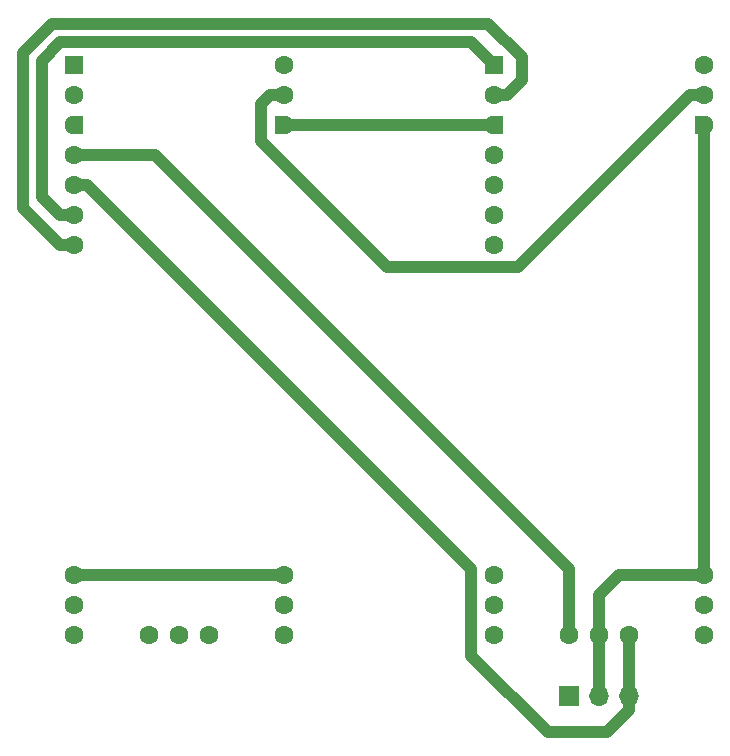
<source format=gbr>
%TF.GenerationSoftware,KiCad,Pcbnew,7.0.10*%
%TF.CreationDate,2024-02-22T22:17:08-08:00*%
%TF.ProjectId,PicoProbePCB,5069636f-5072-46f6-9265-5043422e6b69,rev?*%
%TF.SameCoordinates,Original*%
%TF.FileFunction,Copper,L2,Bot*%
%TF.FilePolarity,Positive*%
%FSLAX46Y46*%
G04 Gerber Fmt 4.6, Leading zero omitted, Abs format (unit mm)*
G04 Created by KiCad (PCBNEW 7.0.10) date 2024-02-22 22:17:08*
%MOMM*%
%LPD*%
G01*
G04 APERTURE LIST*
G04 Aperture macros list*
%AMRoundRect*
0 Rectangle with rounded corners*
0 $1 Rounding radius*
0 $2 $3 $4 $5 $6 $7 $8 $9 X,Y pos of 4 corners*
0 Add a 4 corners polygon primitive as box body*
4,1,4,$2,$3,$4,$5,$6,$7,$8,$9,$2,$3,0*
0 Add four circle primitives for the rounded corners*
1,1,$1+$1,$2,$3*
1,1,$1+$1,$4,$5*
1,1,$1+$1,$6,$7*
1,1,$1+$1,$8,$9*
0 Add four rect primitives between the rounded corners*
20,1,$1+$1,$2,$3,$4,$5,0*
20,1,$1+$1,$4,$5,$6,$7,0*
20,1,$1+$1,$6,$7,$8,$9,0*
20,1,$1+$1,$8,$9,$2,$3,0*%
%AMFreePoly0*
4,1,28,0.605014,0.794986,0.644504,0.794986,0.724698,0.756366,0.780194,0.686777,0.800000,0.600000,0.800000,-0.600000,0.780194,-0.686777,0.724698,-0.756366,0.644504,-0.794986,0.605014,-0.794986,0.600000,-0.800000,0.000000,-0.800000,-0.178017,-0.779942,-0.347107,-0.720775,-0.498792,-0.625465,-0.625465,-0.498792,-0.720775,-0.347107,-0.779942,-0.178017,-0.800000,0.000000,-0.779942,0.178017,
-0.720775,0.347107,-0.625465,0.498792,-0.498792,0.625465,-0.347107,0.720775,-0.178017,0.779942,0.000000,0.800000,0.600000,0.800000,0.605014,0.794986,0.605014,0.794986,$1*%
%AMFreePoly1*
4,1,28,0.178017,0.779942,0.347107,0.720775,0.498792,0.625465,0.625465,0.498792,0.720775,0.347107,0.779942,0.178017,0.800000,0.000000,0.779942,-0.178017,0.720775,-0.347107,0.625465,-0.498792,0.498792,-0.625465,0.347107,-0.720775,0.178017,-0.779942,0.000000,-0.800000,-0.600000,-0.800000,-0.605014,-0.794986,-0.644504,-0.794986,-0.724698,-0.756366,-0.780194,-0.686777,-0.800000,-0.600000,
-0.800000,0.600000,-0.780194,0.686777,-0.724698,0.756366,-0.644504,0.794986,-0.605014,0.794986,-0.600000,0.800000,0.000000,0.800000,0.178017,0.779942,0.178017,0.779942,$1*%
G04 Aperture macros list end*
%TA.AperFunction,ComponentPad*%
%ADD10RoundRect,0.200000X-0.600000X-0.600000X0.600000X-0.600000X0.600000X0.600000X-0.600000X0.600000X0*%
%TD*%
%TA.AperFunction,ComponentPad*%
%ADD11C,1.600000*%
%TD*%
%TA.AperFunction,ComponentPad*%
%ADD12FreePoly0,0.000000*%
%TD*%
%TA.AperFunction,ComponentPad*%
%ADD13FreePoly1,0.000000*%
%TD*%
%TA.AperFunction,ComponentPad*%
%ADD14R,1.700000X1.700000*%
%TD*%
%TA.AperFunction,ComponentPad*%
%ADD15O,1.700000X1.700000*%
%TD*%
%TA.AperFunction,Conductor*%
%ADD16C,1.000000*%
%TD*%
G04 APERTURE END LIST*
D10*
%TO.P,U2,1,GPIO0*%
%TO.N,unconnected-(U2-GPIO0-Pad1)*%
X165235000Y-75590000D03*
D11*
%TO.P,U2,2,GPIO1*%
%TO.N,unconnected-(U2-GPIO1-Pad2)*%
X165235000Y-78130000D03*
D12*
%TO.P,U2,3,GND*%
%TO.N,GND*%
X165235000Y-80670000D03*
D11*
%TO.P,U2,4,GPIO2*%
%TO.N,Net-(J1-Pin_1)*%
X165235000Y-83210000D03*
%TO.P,U2,5,GPIO3*%
%TO.N,Net-(J1-Pin_3)*%
X165235000Y-85750000D03*
%TO.P,U2,6,GPIO4*%
%TO.N,Net-(U1-GPIO0)*%
X165235000Y-88290000D03*
%TO.P,U2,7,GPIO5*%
%TO.N,Net-(U1-GPIO1)*%
X165235000Y-90830000D03*
%TO.P,U2,18,GND*%
%TO.N,GND*%
X165235000Y-118770000D03*
%TO.P,U2,19,GPIO14*%
%TO.N,unconnected-(U2-GPIO14-Pad19)*%
X165235000Y-121310000D03*
%TO.P,U2,20,GPIO15*%
%TO.N,unconnected-(U2-GPIO15-Pad20)*%
X165235000Y-123850000D03*
%TO.P,U2,21,GPIO16*%
%TO.N,unconnected-(U2-GPIO16-Pad21)*%
X183015000Y-123850000D03*
%TO.P,U2,22,GPIO17*%
%TO.N,unconnected-(U2-GPIO17-Pad22)*%
X183015000Y-121310000D03*
%TO.P,U2,23,GND*%
%TO.N,GND*%
X183015000Y-118770000D03*
D13*
%TO.P,U2,38,GND*%
X183015000Y-80670000D03*
D11*
%TO.P,U2,39,VSYS*%
%TO.N,VCC*%
X183015000Y-78130000D03*
%TO.P,U2,40,VBUS*%
%TO.N,unconnected-(U2-VBUS-Pad40)*%
X183015000Y-75590000D03*
%TO.P,U2,D1*%
%TO.N,N/C*%
X171585000Y-123850000D03*
%TO.P,U2,D2*%
X174125000Y-123850000D03*
%TO.P,U2,D3*%
X176665000Y-123850000D03*
%TD*%
D14*
%TO.P,J1,1,Pin_1*%
%TO.N,Net-(J1-Pin_1)*%
X207184000Y-128985000D03*
D15*
%TO.P,J1,2,Pin_2*%
%TO.N,GND*%
X209724000Y-128985000D03*
%TO.P,J1,3,Pin_3*%
%TO.N,Net-(J1-Pin_3)*%
X212264000Y-128985000D03*
%TD*%
D10*
%TO.P,U1,1,GPIO0*%
%TO.N,Net-(U1-GPIO0)*%
X200795000Y-75590000D03*
D11*
%TO.P,U1,2,GPIO1*%
%TO.N,Net-(U1-GPIO1)*%
X200795000Y-78130000D03*
D12*
%TO.P,U1,3,GND*%
%TO.N,GND*%
X200795000Y-80670000D03*
D11*
%TO.P,U1,4,GPIO2*%
%TO.N,unconnected-(U1-GPIO2-Pad4)*%
X200795000Y-83210000D03*
%TO.P,U1,5,GPIO3*%
%TO.N,unconnected-(U1-GPIO3-Pad5)*%
X200795000Y-85750000D03*
%TO.P,U1,6,GPIO4*%
%TO.N,unconnected-(U1-GPIO4-Pad6)*%
X200795000Y-88290000D03*
%TO.P,U1,7,GPIO5*%
%TO.N,unconnected-(U1-GPIO5-Pad7)*%
X200795000Y-90830000D03*
%TO.P,U1,18,GND*%
%TO.N,GND*%
X200795000Y-118770000D03*
%TO.P,U1,19,GPIO14*%
%TO.N,unconnected-(U1-GPIO14-Pad19)*%
X200795000Y-121310000D03*
%TO.P,U1,20,GPIO15*%
%TO.N,unconnected-(U1-GPIO15-Pad20)*%
X200795000Y-123850000D03*
%TO.P,U1,21,GPIO16*%
%TO.N,unconnected-(U1-GPIO16-Pad21)*%
X218575000Y-123850000D03*
%TO.P,U1,22,GPIO17*%
%TO.N,unconnected-(U1-GPIO17-Pad22)*%
X218575000Y-121310000D03*
%TO.P,U1,23,GND*%
%TO.N,GND*%
X218575000Y-118770000D03*
D13*
%TO.P,U1,38,GND*%
X218575000Y-80670000D03*
D11*
%TO.P,U1,39,VSYS*%
%TO.N,VCC*%
X218575000Y-78130000D03*
%TO.P,U1,40,VBUS*%
%TO.N,unconnected-(U1-VBUS-Pad40)*%
X218575000Y-75590000D03*
%TO.P,U1,D1,SWCLK*%
%TO.N,Net-(J1-Pin_1)*%
X207145000Y-123850000D03*
%TO.P,U1,D2,GND*%
%TO.N,GND*%
X209685000Y-123850000D03*
%TO.P,U1,D3,SWDIO*%
%TO.N,Net-(J1-Pin_3)*%
X212225000Y-123850000D03*
%TD*%
D16*
%TO.N,Net-(U1-GPIO0)*%
X200795000Y-75590000D02*
X198895000Y-73690000D01*
X164090980Y-73690000D02*
X162560000Y-75220980D01*
X198895000Y-73690000D02*
X164090980Y-73690000D01*
X162560000Y-86746370D02*
X164103630Y-88290000D01*
X162560000Y-75220980D02*
X162560000Y-86746370D01*
X164103630Y-88290000D02*
X165235000Y-88290000D01*
%TO.N,Net-(J1-Pin_1)*%
X165235000Y-83210000D02*
X172110000Y-83210000D01*
X172110000Y-83210000D02*
X207145000Y-118245000D01*
X207145000Y-118245000D02*
X207145000Y-123850000D01*
%TO.N,Net-(U1-GPIO1)*%
X200795000Y-78130000D02*
X201926370Y-78130000D01*
X160960000Y-74558238D02*
X160960000Y-87686370D01*
X201926370Y-78130000D02*
X203200000Y-76856370D01*
X203200000Y-76856370D02*
X203200000Y-74950980D01*
X200339020Y-72090000D02*
X163428238Y-72090000D01*
X164103630Y-90830000D02*
X165235000Y-90830000D01*
X203200000Y-74950980D02*
X200339020Y-72090000D01*
X163428238Y-72090000D02*
X160960000Y-74558238D01*
X160960000Y-87686370D02*
X164103630Y-90830000D01*
%TO.N,Net-(J1-Pin_3)*%
X165235000Y-85750000D02*
X166366370Y-85750000D01*
X166366370Y-85750000D02*
X198895000Y-118278630D01*
X198895000Y-118278630D02*
X198895000Y-125602994D01*
X205372006Y-132080000D02*
X210371081Y-132080000D01*
X198895000Y-125602994D02*
X205372006Y-132080000D01*
X210371081Y-132080000D02*
X212264000Y-130187081D01*
X212264000Y-130187081D02*
X212264000Y-128985000D01*
%TO.N,VCC*%
X218575000Y-78130000D02*
X217443630Y-78130000D01*
X181109857Y-82049857D02*
X181109857Y-78903773D01*
X202843630Y-92730000D02*
X191790000Y-92730000D01*
X181109857Y-78903773D02*
X181883630Y-78130000D01*
X191790000Y-92730000D02*
X181109857Y-82049857D01*
X217443630Y-78130000D02*
X202843630Y-92730000D01*
X181883630Y-78130000D02*
X183015000Y-78130000D01*
%TO.N,GND*%
X165235000Y-118770000D02*
X183015000Y-118770000D01*
%TO.N,Net-(J1-Pin_3)*%
X212225000Y-123850000D02*
X212225000Y-128946000D01*
X212225000Y-128946000D02*
X212264000Y-128985000D01*
%TO.N,GND*%
X209685000Y-120515000D02*
X209685000Y-123850000D01*
X218575000Y-80670000D02*
X218575000Y-118770000D01*
X209724000Y-128985000D02*
X209724000Y-123889000D01*
X200795000Y-80670000D02*
X183015000Y-80670000D01*
X218575000Y-118770000D02*
X211430000Y-118770000D01*
X209724000Y-123889000D02*
X209685000Y-123850000D01*
X211430000Y-118770000D02*
X209685000Y-120515000D01*
%TD*%
M02*

</source>
